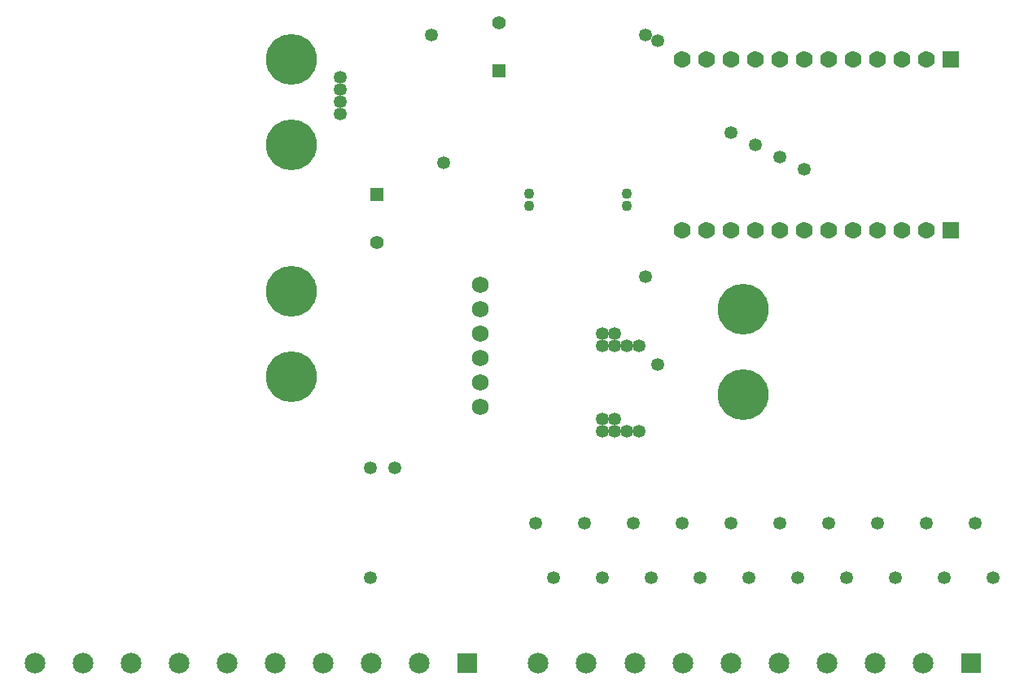
<source format=gbs>
G04*
G04 #@! TF.GenerationSoftware,Altium Limited,Altium Designer,21.6.4 (81)*
G04*
G04 Layer_Color=16711935*
%FSLAX25Y25*%
%MOIN*%
G70*
G04*
G04 #@! TF.SameCoordinates,7FA0644F-06A5-4919-BB8C-97BE94AA254E*
G04*
G04*
G04 #@! TF.FilePolarity,Negative*
G04*
G01*
G75*
%ADD31C,0.08477*%
%ADD32R,0.08477X0.08477*%
%ADD33C,0.05524*%
%ADD34R,0.05524X0.05524*%
%ADD35C,0.20800*%
%ADD36C,0.06800*%
%ADD37C,0.06942*%
%ADD38R,0.06942X0.06942*%
%ADD39C,0.05300*%
%ADD40C,0.04300*%
D31*
X15020Y22500D02*
D03*
X34705D02*
D03*
X54390D02*
D03*
X74075D02*
D03*
X93760D02*
D03*
X113445D02*
D03*
X133130D02*
D03*
X152815D02*
D03*
X172500D02*
D03*
X221260D02*
D03*
X240945D02*
D03*
X260630D02*
D03*
X280315D02*
D03*
X300000D02*
D03*
X319685D02*
D03*
X339370D02*
D03*
X359055D02*
D03*
X378740D02*
D03*
D32*
X192185D02*
D03*
X398425D02*
D03*
D33*
X205000Y284842D02*
D03*
X155000Y195000D02*
D03*
D34*
X205000Y265158D02*
D03*
X155000Y214685D02*
D03*
D35*
X305000Y167500D02*
D03*
Y132500D02*
D03*
X120000Y175000D02*
D03*
Y140000D02*
D03*
Y270000D02*
D03*
Y235000D02*
D03*
D36*
X197500Y157500D02*
D03*
Y167500D02*
D03*
Y177500D02*
D03*
Y147500D02*
D03*
Y137500D02*
D03*
Y127500D02*
D03*
D37*
X350000Y200000D02*
D03*
X360000D02*
D03*
X370000D02*
D03*
X380000D02*
D03*
X300000D02*
D03*
X310000D02*
D03*
X320000D02*
D03*
X330000D02*
D03*
X340000D02*
D03*
X290000D02*
D03*
X280000D02*
D03*
X350000Y270000D02*
D03*
X360000D02*
D03*
X370000D02*
D03*
X380000D02*
D03*
X300000D02*
D03*
X310000D02*
D03*
X320000D02*
D03*
X330000D02*
D03*
X340000D02*
D03*
X290000D02*
D03*
X280000D02*
D03*
D38*
X390000Y200000D02*
D03*
Y270000D02*
D03*
D39*
X340000Y80000D02*
D03*
X270000Y277500D02*
D03*
X140000Y262500D02*
D03*
Y257500D02*
D03*
Y252500D02*
D03*
Y247500D02*
D03*
X182500Y227500D02*
D03*
X162500Y102500D02*
D03*
X152500D02*
D03*
Y57500D02*
D03*
X400000Y80000D02*
D03*
X407500Y57500D02*
D03*
X330000Y225000D02*
D03*
X320000Y230000D02*
D03*
X310000Y235000D02*
D03*
X300000Y240000D02*
D03*
X287500Y57500D02*
D03*
X267500D02*
D03*
X247500D02*
D03*
X227500D02*
D03*
X307500D02*
D03*
X327500D02*
D03*
X347500D02*
D03*
X367500D02*
D03*
X387500D02*
D03*
X220000Y80000D02*
D03*
X240000D02*
D03*
X260000D02*
D03*
X280000D02*
D03*
X380000D02*
D03*
X320000D02*
D03*
X300000D02*
D03*
X360000D02*
D03*
X270000Y145000D02*
D03*
X265000Y180866D02*
D03*
Y280000D02*
D03*
X252500Y122500D02*
D03*
X247500D02*
D03*
Y152500D02*
D03*
X252500Y157500D02*
D03*
X257500Y117500D02*
D03*
X262500D02*
D03*
X252500Y152500D02*
D03*
X247500Y157500D02*
D03*
X257500Y152500D02*
D03*
X262500D02*
D03*
X247500Y117500D02*
D03*
X252500D02*
D03*
X177500Y280000D02*
D03*
D40*
X217500Y215000D02*
D03*
Y210000D02*
D03*
X257500D02*
D03*
Y215000D02*
D03*
M02*

</source>
